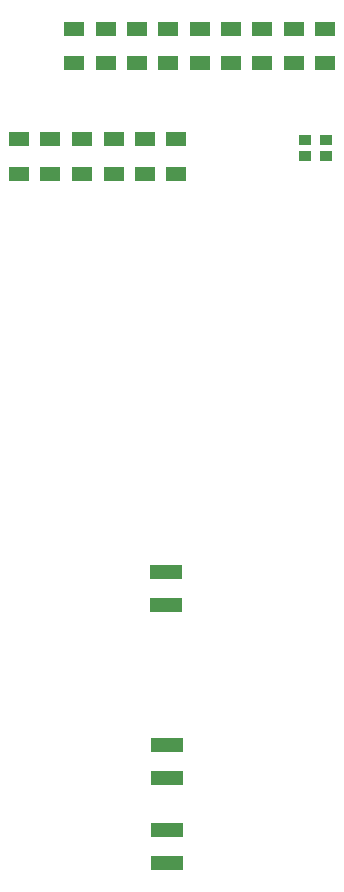
<source format=gbp>
G04 Layer_Color=128*
%FSLAX25Y25*%
%MOIN*%
G70*
G01*
G75*
%ADD24R,0.10630X0.05118*%
%ADD62R,0.07087X0.05118*%
%ADD63R,0.03937X0.03543*%
D24*
X30650Y-135662D02*
D03*
Y-124638D02*
D03*
X31150Y-193162D02*
D03*
Y-182138D02*
D03*
Y-221662D02*
D03*
Y-210638D02*
D03*
D62*
X150Y44933D02*
D03*
Y56351D02*
D03*
X10599Y44933D02*
D03*
Y56351D02*
D03*
X21049Y44933D02*
D03*
Y56351D02*
D03*
X31499Y44933D02*
D03*
Y56351D02*
D03*
X41949Y44933D02*
D03*
Y56351D02*
D03*
X52399Y44933D02*
D03*
Y56351D02*
D03*
X62848Y44933D02*
D03*
Y56351D02*
D03*
X73298Y44933D02*
D03*
Y56351D02*
D03*
X83748Y44933D02*
D03*
Y56351D02*
D03*
X-18300Y19558D02*
D03*
Y8141D02*
D03*
X-7850Y19558D02*
D03*
Y8141D02*
D03*
X2850Y19558D02*
D03*
Y8141D02*
D03*
X13300Y19558D02*
D03*
Y8141D02*
D03*
X23750Y19558D02*
D03*
Y8141D02*
D03*
X34200Y19558D02*
D03*
Y8141D02*
D03*
D63*
X77087Y14045D02*
D03*
Y19360D02*
D03*
X84190Y14045D02*
D03*
Y19360D02*
D03*
M02*

</source>
